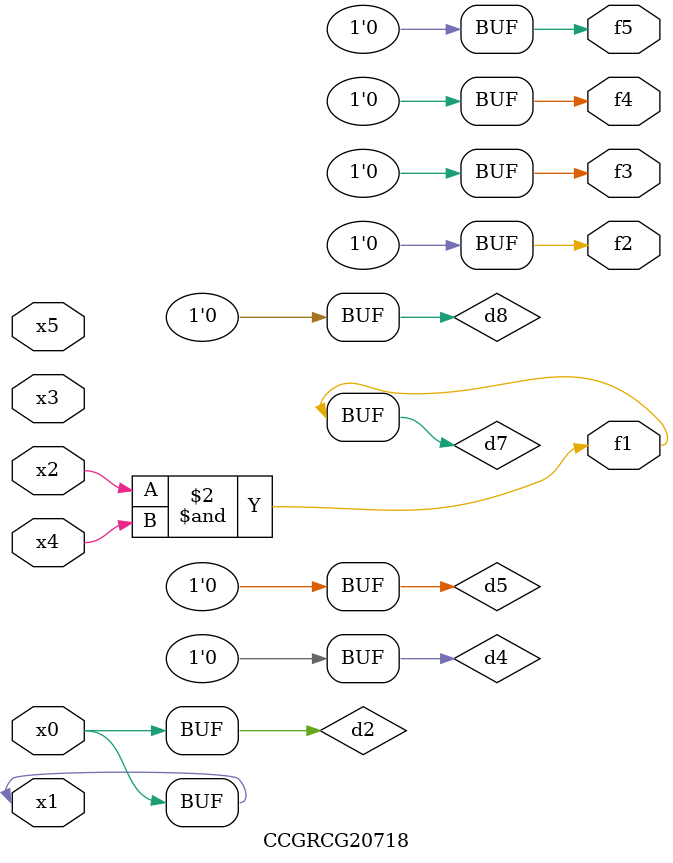
<source format=v>
module CCGRCG20718(
	input x0, x1, x2, x3, x4, x5,
	output f1, f2, f3, f4, f5
);

	wire d1, d2, d3, d4, d5, d6, d7, d8, d9;

	nand (d1, x1);
	buf (d2, x0, x1);
	nand (d3, x2, x4);
	and (d4, d1, d2);
	and (d5, d1, d2);
	nand (d6, d1, d3);
	not (d7, d3);
	xor (d8, d5);
	nor (d9, d5, d6);
	assign f1 = d7;
	assign f2 = d8;
	assign f3 = d8;
	assign f4 = d8;
	assign f5 = d8;
endmodule

</source>
